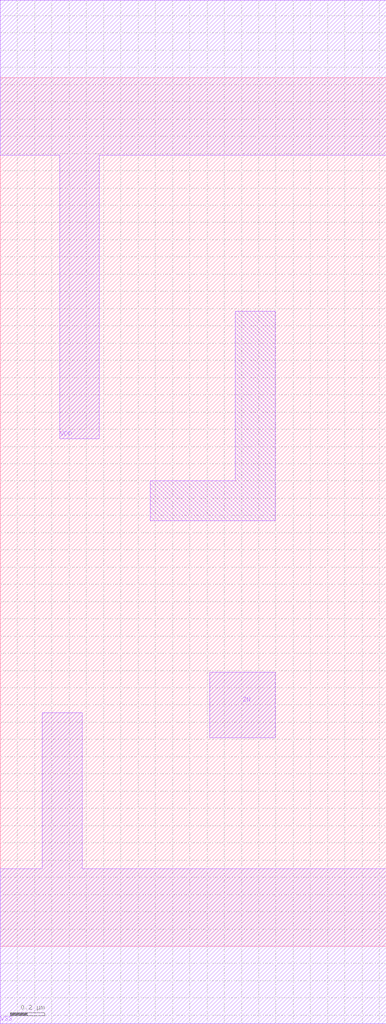
<source format=lef>
# Copyright 2022 GlobalFoundries PDK Authors
#
# Licensed under the Apache License, Version 2.0 (the "License");
# you may not use this file except in compliance with the License.
# You may obtain a copy of the License at
#
#      http://www.apache.org/licenses/LICENSE-2.0
#
# Unless required by applicable law or agreed to in writing, software
# distributed under the License is distributed on an "AS IS" BASIS,
# WITHOUT WARRANTIES OR CONDITIONS OF ANY KIND, either express or implied.
# See the License for the specific language governing permissions and
# limitations under the License.

MACRO gf180mcu_fd_sc_mcu9t5v0__tiel
  CLASS core gf180mcu_fd_sc_mcu9t5v0__tielOW ;
  FOREIGN gf180mcu_fd_sc_mcu9t5v0__tiel 0.0 0.0 ;
  ORIGIN 0 0 ;
  SYMMETRY X Y ;
  SITE GF018hv5v_green_sc9 ;
  SIZE 2.24 BY 5.04 ;
  PIN ZN
    DIRECTION OUTPUT ;
    ANTENNADIFFAREA 0.2904 ;
    PORT
      LAYER METAL1 ;
        POLYGON 1.215 1.21 1.595 1.21 1.595 1.59 1.215 1.59  ;
    END
  END ZN
  PIN VDD
    DIRECTION INOUT ;
    USE power ;
    SHAPE ABUTMENT ;
    PORT
      LAYER METAL1 ;
        POLYGON 0 4.59 0.345 4.59 0.345 2.945 0.575 2.945 0.575 4.59 1.595 4.59 2.24 4.59 2.24 5.49 1.595 5.49 0 5.49  ;
    END
  END VDD
  PIN VSS
    DIRECTION INOUT ;
    USE ground ;
    SHAPE ABUTMENT ;
    PORT
      LAYER METAL1 ;
        POLYGON 0 -0.45 2.24 -0.45 2.24 0.45 0.475 0.45 0.475 1.355 0.245 1.355 0.245 0.45 0 0.45  ;
    END
  END VSS
  OBS
      LAYER METAL1 ;
        POLYGON 0.87 2.47 1.595 2.47 1.595 3.685 1.365 3.685 1.365 2.7 0.87 2.7  ;
  END
END gf180mcu_fd_sc_mcu9t5v0__tiel

</source>
